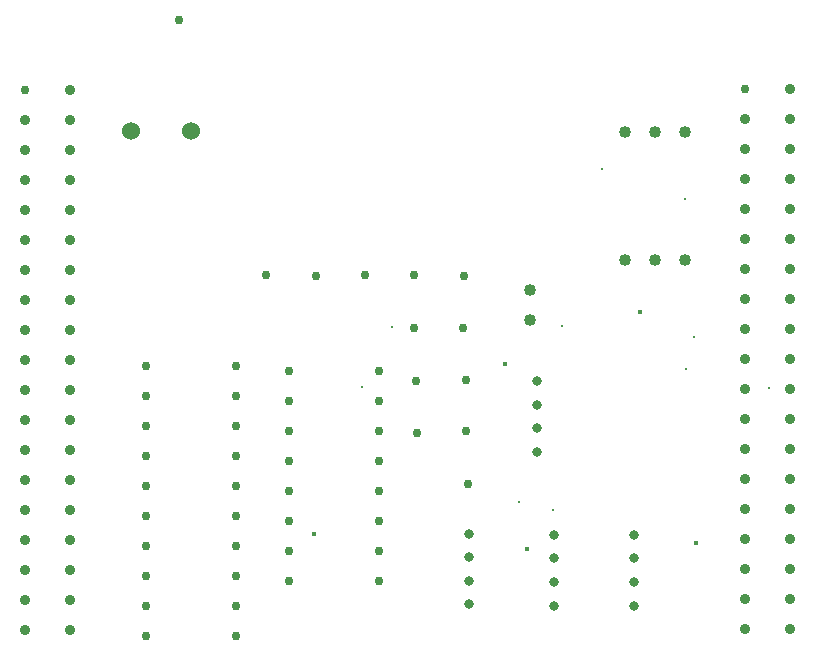
<source format=gbr>
G04 PROTEUS GERBER X2 FILE*
%TF.GenerationSoftware,Labcenter,Proteus,8.12-SP2-Build31155*%
%TF.CreationDate,2022-12-03T19:28:30+00:00*%
%TF.FileFunction,Plated,1,2,PTH*%
%TF.FilePolarity,Positive*%
%TF.Part,Single*%
%TF.SameCoordinates,{ab386329-c5d6-4b76-aca3-cb6d5b16447b}*%
%FSLAX45Y45*%
%MOMM*%
G01*
%TA.AperFunction,ViaDrill*%
%ADD65C,0.381000*%
%ADD66C,0.254000*%
%TA.AperFunction,ComponentDrill*%
%ADD67C,0.762000*%
%ADD68C,0.889000*%
%TA.AperFunction,ComponentDrill*%
%ADD69C,1.524000*%
%TA.AperFunction,ComponentDrill*%
%ADD74C,1.016000*%
%TA.AperFunction,ComponentDrill*%
%ADD75C,0.812800*%
%TD.AperFunction*%
D65*
X+2706019Y+1117192D03*
X+4325500Y+2555500D03*
X+5468500Y+3000000D03*
X+5943958Y+1039212D03*
X+4514186Y+986528D03*
D66*
X+3119000Y+2365000D03*
X+5860000Y+2510000D03*
X+3373000Y+2873000D03*
X+4812685Y+2879469D03*
X+5923934Y+2785649D03*
X+6560000Y+2350000D03*
X+5151000Y+4206500D03*
X+5849500Y+3952500D03*
X+4444540Y+1388734D03*
X+4733907Y+1316392D03*
D67*
X+260000Y+4876000D03*
D68*
X+641000Y+4876000D03*
X+260000Y+4622000D03*
X+641000Y+4622000D03*
X+260000Y+4368000D03*
X+641000Y+4368000D03*
X+260000Y+4114000D03*
X+641000Y+4114000D03*
X+260000Y+3860000D03*
X+641000Y+3860000D03*
X+260000Y+3606000D03*
X+641000Y+3606000D03*
X+260000Y+3352000D03*
X+641000Y+3352000D03*
X+260000Y+3098000D03*
X+641000Y+3098000D03*
X+260000Y+2844000D03*
X+641000Y+2844000D03*
X+260000Y+2590000D03*
X+641000Y+2590000D03*
X+260000Y+2336000D03*
X+641000Y+2336000D03*
X+260000Y+2082000D03*
X+641000Y+2082000D03*
X+260000Y+1828000D03*
X+641000Y+1828000D03*
X+260000Y+1574000D03*
X+641000Y+1574000D03*
X+260000Y+1320000D03*
X+641000Y+1320000D03*
X+260000Y+1066000D03*
X+641000Y+1066000D03*
X+260000Y+812000D03*
X+641000Y+812000D03*
X+260000Y+558000D03*
X+641000Y+558000D03*
X+260000Y+304000D03*
X+641000Y+304000D03*
D67*
X+6356000Y+4880000D03*
D68*
X+6737000Y+4880000D03*
X+6356000Y+4626000D03*
X+6737000Y+4626000D03*
X+6356000Y+4372000D03*
X+6737000Y+4372000D03*
X+6356000Y+4118000D03*
X+6737000Y+4118000D03*
X+6356000Y+3864000D03*
X+6737000Y+3864000D03*
X+6356000Y+3610000D03*
X+6737000Y+3610000D03*
X+6356000Y+3356000D03*
X+6737000Y+3356000D03*
X+6356000Y+3102000D03*
X+6737000Y+3102000D03*
X+6356000Y+2848000D03*
X+6737000Y+2848000D03*
X+6356000Y+2594000D03*
X+6737000Y+2594000D03*
X+6356000Y+2340000D03*
X+6737000Y+2340000D03*
X+6356000Y+2086000D03*
X+6737000Y+2086000D03*
X+6356000Y+1832000D03*
X+6737000Y+1832000D03*
X+6356000Y+1578000D03*
X+6737000Y+1578000D03*
X+6356000Y+1324000D03*
X+6737000Y+1324000D03*
X+6356000Y+1070000D03*
X+6737000Y+1070000D03*
X+6356000Y+816000D03*
X+6737000Y+816000D03*
X+6356000Y+562000D03*
X+6737000Y+562000D03*
X+6356000Y+308000D03*
X+6737000Y+308000D03*
D67*
X+1290000Y+2540000D03*
X+1290000Y+2286000D03*
X+1290000Y+2032000D03*
X+1290000Y+1778000D03*
X+1290000Y+1524000D03*
X+1290000Y+1270000D03*
X+1290000Y+1016000D03*
X+1290000Y+762000D03*
X+1290000Y+508000D03*
X+1290000Y+254000D03*
X+2052000Y+254000D03*
X+2052000Y+508000D03*
X+2052000Y+762000D03*
X+2052000Y+1016000D03*
X+2052000Y+1270000D03*
X+2052000Y+1524000D03*
X+2052000Y+1778000D03*
X+2052000Y+2032000D03*
X+2052000Y+2286000D03*
X+2052000Y+2540000D03*
X+2500000Y+2500000D03*
X+2500000Y+2246000D03*
X+2500000Y+1992000D03*
X+2500000Y+1738000D03*
X+2500000Y+1484000D03*
X+2500000Y+1230000D03*
X+2500000Y+976000D03*
X+2500000Y+722000D03*
X+3262000Y+722000D03*
X+3262000Y+976000D03*
X+3262000Y+1230000D03*
X+3262000Y+1484000D03*
X+3262000Y+1738000D03*
X+3262000Y+1992000D03*
X+3262000Y+2246000D03*
X+3262000Y+2500000D03*
D69*
X+1668000Y+4530000D03*
X+1160000Y+4530000D03*
D74*
X+5850000Y+4520000D03*
X+5596000Y+4520000D03*
X+5342000Y+4520000D03*
X+5850000Y+3440000D03*
X+5596000Y+3440000D03*
X+5342000Y+3440000D03*
D75*
X+5420000Y+1110000D03*
X+5420000Y+910000D03*
X+5420000Y+710000D03*
X+5420000Y+510000D03*
X+4740000Y+1110000D03*
X+4740000Y+910000D03*
X+4740000Y+710000D03*
X+4740000Y+510000D03*
X+4020000Y+1120000D03*
X+4020000Y+920000D03*
X+4020000Y+720000D03*
X+4020000Y+520000D03*
D67*
X+1570000Y+5470000D03*
D74*
X+4540000Y+2930000D03*
X+4540000Y+3184000D03*
D75*
X+4600000Y+2410000D03*
X+4600000Y+2210000D03*
X+4600000Y+2010000D03*
X+4600000Y+1810000D03*
D67*
X+2300000Y+3310000D03*
X+2730000Y+3300000D03*
X+3140000Y+3310000D03*
X+3560000Y+3310000D03*
X+3980000Y+3300000D03*
X+3560000Y+2860000D03*
X+3970000Y+2860000D03*
X+3570000Y+2410000D03*
X+4000000Y+2420000D03*
X+3580000Y+1970000D03*
X+4000000Y+1990000D03*
X+4010000Y+1540000D03*
M02*

</source>
